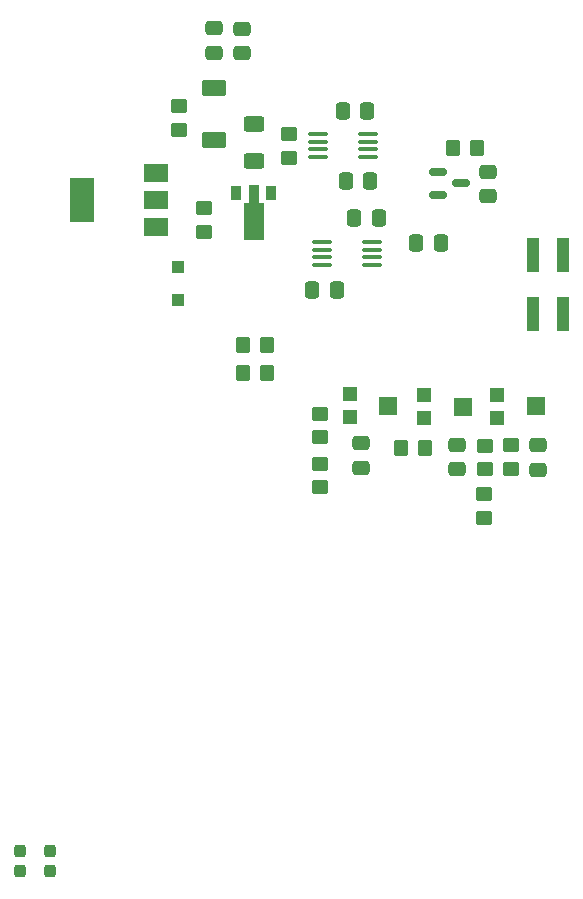
<source format=gbr>
%TF.GenerationSoftware,KiCad,Pcbnew,7.0.5*%
%TF.CreationDate,2023-09-04T17:01:56+02:00*%
%TF.ProjectId,mABoard,6d41426f-6172-4642-9e6b-696361645f70,rev?*%
%TF.SameCoordinates,Original*%
%TF.FileFunction,Paste,Top*%
%TF.FilePolarity,Positive*%
%FSLAX46Y46*%
G04 Gerber Fmt 4.6, Leading zero omitted, Abs format (unit mm)*
G04 Created by KiCad (PCBNEW 7.0.5) date 2023-09-04 17:01:56*
%MOMM*%
%LPD*%
G01*
G04 APERTURE LIST*
G04 Aperture macros list*
%AMRoundRect*
0 Rectangle with rounded corners*
0 $1 Rounding radius*
0 $2 $3 $4 $5 $6 $7 $8 $9 X,Y pos of 4 corners*
0 Add a 4 corners polygon primitive as box body*
4,1,4,$2,$3,$4,$5,$6,$7,$8,$9,$2,$3,0*
0 Add four circle primitives for the rounded corners*
1,1,$1+$1,$2,$3*
1,1,$1+$1,$4,$5*
1,1,$1+$1,$6,$7*
1,1,$1+$1,$8,$9*
0 Add four rect primitives between the rounded corners*
20,1,$1+$1,$2,$3,$4,$5,0*
20,1,$1+$1,$4,$5,$6,$7,0*
20,1,$1+$1,$6,$7,$8,$9,0*
20,1,$1+$1,$8,$9,$2,$3,0*%
%AMFreePoly0*
4,1,9,3.862500,-0.866500,0.737500,-0.866500,0.737500,-0.450000,-0.737500,-0.450000,-0.737500,0.450000,0.737500,0.450000,0.737500,0.866500,3.862500,0.866500,3.862500,-0.866500,3.862500,-0.866500,$1*%
G04 Aperture macros list end*
%ADD10R,0.900000X1.300000*%
%ADD11FreePoly0,270.000000*%
%ADD12RoundRect,0.150000X-0.587500X-0.150000X0.587500X-0.150000X0.587500X0.150000X-0.587500X0.150000X0*%
%ADD13RoundRect,0.100000X-0.712500X-0.100000X0.712500X-0.100000X0.712500X0.100000X-0.712500X0.100000X0*%
%ADD14R,1.200000X1.200000*%
%ADD15R,1.500000X1.600000*%
%ADD16RoundRect,0.250000X-0.450000X0.350000X-0.450000X-0.350000X0.450000X-0.350000X0.450000X0.350000X0*%
%ADD17RoundRect,0.250000X-0.350000X-0.450000X0.350000X-0.450000X0.350000X0.450000X-0.350000X0.450000X0*%
%ADD18RoundRect,0.250000X0.350000X0.450000X-0.350000X0.450000X-0.350000X-0.450000X0.350000X-0.450000X0*%
%ADD19RoundRect,0.250000X-0.625000X0.400000X-0.625000X-0.400000X0.625000X-0.400000X0.625000X0.400000X0*%
%ADD20RoundRect,0.250000X0.450000X-0.350000X0.450000X0.350000X-0.450000X0.350000X-0.450000X-0.350000X0*%
%ADD21R,2.000000X1.500000*%
%ADD22R,2.000000X3.800000*%
%ADD23R,1.000000X3.000000*%
%ADD24RoundRect,0.250000X-0.475000X0.337500X-0.475000X-0.337500X0.475000X-0.337500X0.475000X0.337500X0*%
%ADD25RoundRect,0.237500X0.237500X-0.287500X0.237500X0.287500X-0.237500X0.287500X-0.237500X-0.287500X0*%
%ADD26RoundRect,0.250000X-0.300000X0.300000X-0.300000X-0.300000X0.300000X-0.300000X0.300000X0.300000X0*%
%ADD27RoundRect,0.250000X-0.800000X0.450000X-0.800000X-0.450000X0.800000X-0.450000X0.800000X0.450000X0*%
%ADD28RoundRect,0.250000X0.337500X0.475000X-0.337500X0.475000X-0.337500X-0.475000X0.337500X-0.475000X0*%
%ADD29RoundRect,0.250000X-0.337500X-0.475000X0.337500X-0.475000X0.337500X0.475000X-0.337500X0.475000X0*%
G04 APERTURE END LIST*
D10*
%TO.C,Q1*%
X86060000Y-77180000D03*
D11*
X84560000Y-77267500D03*
D10*
X83060000Y-77180000D03*
%TD*%
D12*
%TO.C,U3*%
X100205000Y-75390000D03*
X100205000Y-77290000D03*
X102080000Y-76340000D03*
%TD*%
D13*
%TO.C,U2*%
X90347500Y-81285000D03*
X90347500Y-81935000D03*
X90347500Y-82585000D03*
X90347500Y-83235000D03*
X94572500Y-83235000D03*
X94572500Y-82585000D03*
X94572500Y-81935000D03*
X94572500Y-81285000D03*
%TD*%
%TO.C,U1*%
X89987500Y-72145000D03*
X89987500Y-72795000D03*
X89987500Y-73445000D03*
X89987500Y-74095000D03*
X94212500Y-74095000D03*
X94212500Y-73445000D03*
X94212500Y-72795000D03*
X94212500Y-72145000D03*
%TD*%
D14*
%TO.C,RV3*%
X92720000Y-94140000D03*
D15*
X95970000Y-95140000D03*
D14*
X92720000Y-96140000D03*
%TD*%
%TO.C,RV2*%
X99000000Y-94230000D03*
D15*
X102250000Y-95230000D03*
D14*
X99000000Y-96230000D03*
%TD*%
%TO.C,RV1*%
X105180000Y-94220000D03*
D15*
X108430000Y-95220000D03*
D14*
X105180000Y-96220000D03*
%TD*%
D16*
%TO.C,R13*%
X90140000Y-100070000D03*
X90140000Y-102070000D03*
%TD*%
%TO.C,R12*%
X104080000Y-102630000D03*
X104080000Y-104630000D03*
%TD*%
D17*
%TO.C,R11*%
X101440000Y-73340000D03*
X103440000Y-73340000D03*
%TD*%
D16*
%TO.C,R10*%
X90180000Y-95840000D03*
X90180000Y-97840000D03*
%TD*%
D17*
%TO.C,R9*%
X83680000Y-92370000D03*
X85680000Y-92370000D03*
%TD*%
D18*
%TO.C,R8*%
X99060000Y-98740000D03*
X97060000Y-98740000D03*
%TD*%
D17*
%TO.C,R7*%
X83680000Y-90030000D03*
X85680000Y-90030000D03*
%TD*%
D16*
%TO.C,R6*%
X80360000Y-78450000D03*
X80360000Y-80450000D03*
%TD*%
D19*
%TO.C,R5*%
X84550000Y-71320000D03*
X84550000Y-74420000D03*
%TD*%
D20*
%TO.C,R4*%
X78230000Y-71770000D03*
X78230000Y-69770000D03*
%TD*%
D16*
%TO.C,R3*%
X106330000Y-98520000D03*
X106330000Y-100520000D03*
%TD*%
D20*
%TO.C,R2*%
X104100000Y-100530000D03*
X104100000Y-98530000D03*
%TD*%
D16*
%TO.C,R1*%
X87520000Y-72190000D03*
X87520000Y-74190000D03*
%TD*%
D21*
%TO.C,Q2*%
X76290000Y-80060000D03*
D22*
X69990000Y-77760000D03*
D21*
X76290000Y-77760000D03*
X76290000Y-75460000D03*
%TD*%
D23*
%TO.C,J1*%
X108230000Y-82355000D03*
X108230000Y-87395000D03*
X110770000Y-82355000D03*
X110770000Y-87395000D03*
%TD*%
D24*
%TO.C,FB2*%
X81170000Y-63195000D03*
X81170000Y-65270000D03*
%TD*%
%TO.C,FB1*%
X83570000Y-63222500D03*
X83570000Y-65297500D03*
%TD*%
D25*
%TO.C,D4*%
X67300000Y-134582500D03*
X67300000Y-132832500D03*
%TD*%
%TO.C,D3*%
X64730000Y-134582500D03*
X64730000Y-132832500D03*
%TD*%
D26*
%TO.C,D2*%
X78140000Y-83432500D03*
X78140000Y-86232500D03*
%TD*%
D27*
%TO.C,D1*%
X81170000Y-68252500D03*
X81170000Y-72652500D03*
%TD*%
D28*
%TO.C,C9*%
X95147500Y-79250000D03*
X93072500Y-79250000D03*
%TD*%
D29*
%TO.C,C8*%
X89512500Y-85320000D03*
X91587500Y-85320000D03*
%TD*%
D24*
%TO.C,C7*%
X104430000Y-75332500D03*
X104430000Y-77407500D03*
%TD*%
D29*
%TO.C,C6*%
X98332500Y-81340000D03*
X100407500Y-81340000D03*
%TD*%
D24*
%TO.C,C5*%
X93620000Y-98342500D03*
X93620000Y-100417500D03*
%TD*%
%TO.C,C4*%
X101760000Y-98442500D03*
X101760000Y-100517500D03*
%TD*%
%TO.C,C3*%
X108650000Y-98482500D03*
X108650000Y-100557500D03*
%TD*%
D28*
%TO.C,C2*%
X94407500Y-76110000D03*
X92332500Y-76110000D03*
%TD*%
%TO.C,C1*%
X94167500Y-70230000D03*
X92092500Y-70230000D03*
%TD*%
M02*

</source>
